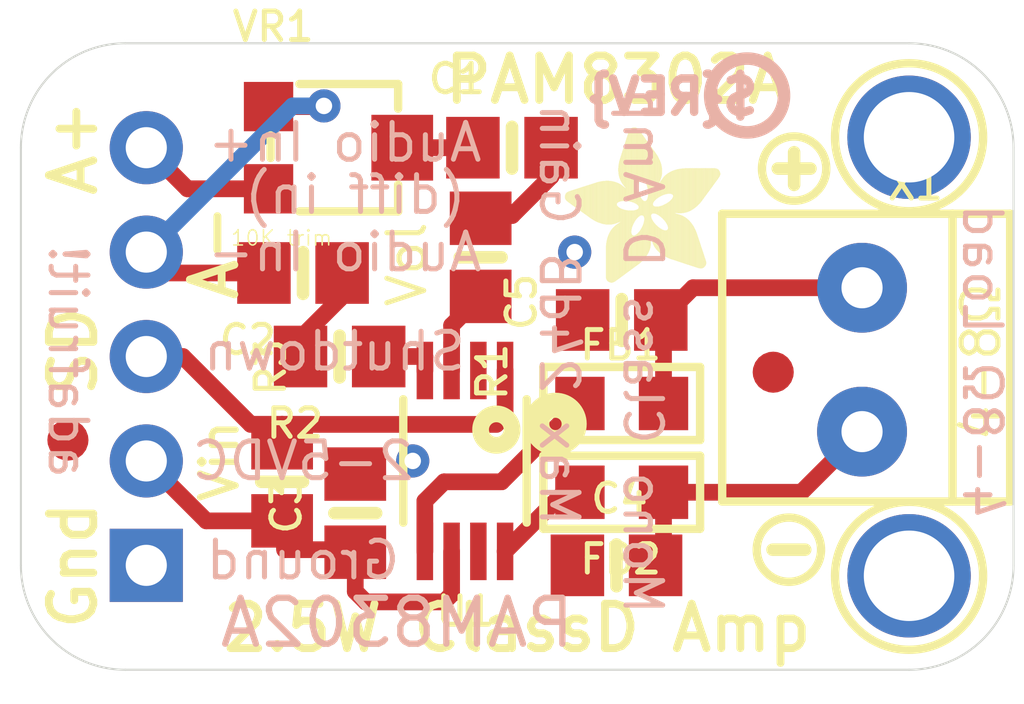
<source format=kicad_pcb>
(kicad_pcb (version 20241229) (generator "pcbnew") (generator_version "9.0")
  (layers (0 "F.Cu" signal) (2 "B.Cu" signal) (13 "F.Paste" user) (15 "B.Paste" user) (5 "F.SilkS" user "F.Silkscreen") (7 "B.SilkS" user "B.Silkscreen") (1 "F.Mask" user) (3 "B.Mask" user) (25 "Edge.Cuts" user))
  (net 0 "")
  (net 1 "VCC")
  (net 2 "GND")
  (net 3 "SD")
  (net 4 "N$1")
  (net 5 "N$2")
  (net 6 "N$4")
  (net 7 "AIN+")
  (net 8 "N$5")
  (net 9 "N$6")
  (net 10 "VO-")
  (net 11 "VO+")
  (net 12 "N$3")
  (net 13 "N$7")
  (net 14 "AIN-")
  (footprint "Adafruit PAM8302:SYMBOL_PLUS" (layer "F.Cu") (at 155.2321 100.4316 180)
    (property "Reference" "U$3" (hide yes))
    (property "Value" "" (hide yes))
  )
  (footprint "Adafruit PAM8302:TRIMPOT_BOURNS_3303W" (layer "F.Cu") (at 144.0561 99.9236 -90)
    (property "Reference" "VR1" (at -2.54 2.54 0) (layer "F.SilkS") (effects (font (size 0.692831 0.692831) (thickness 0.119969)) (justify left bottom)))
    (property "Value" "10K trim" (at 2.413 2.54 0) (layer "F.SilkS") (effects (font (size 0.369824 0.369824) (thickness 0.036576)) (justify left bottom)))
    (pad "1" smd rect (at -1 1.6) (size 1.2 1.2) (layers "F.Cu" "F.Mask" "F.Paste") (net 14 "AIN-"))
    (pad "2" smd rect (at 0 -1.65 270) (size 1.6 1.5) (layers "F.Cu" "F.Mask" "F.Paste") (net 13 "N$7"))
    (pad "3" smd rect (at 1 1.6) (size 1.2 1.2) (layers "F.Cu" "F.Mask" "F.Paste") (net 7 "AIN+"))
  )
  (footprint "Adafruit PAM8302:0805-NO" (layer "F.Cu") (at 147.6121 102.5906 -90)
    (property "Reference" "R1" (at 2.032 0.127 90) (layer "F.SilkS") (effects (font (size 0.692831 0.692831) (thickness 0.119969)) (justify right top)))
    (property "Value" "100")
    (pad "1" smd rect (at -0.95 0 270) (size 1.3 1.5) (layers "F.Cu" "F.Mask" "F.Paste") (net 12 "N$3"))
    (pad "2" smd rect (at 0.95 0 270) (size 1.3 1.5) (layers "F.Cu" "F.Mask" "F.Paste") (net 5 "N$2"))
  )
  (footprint "Adafruit PAM8302:0805-NO" (layer "F.Cu") (at 148.3741 99.9236 180)
    (property "Reference" "C1" (at 2.0955 1.27 0) (layer "F.SilkS") (effects (font (size 0.692831 0.692831) (thickness 0.119969)) (justify left bottom)))
    (property "Value" "1uF")
    (pad "1" smd rect (at -0.95 0 180) (size 1.3 1.5) (layers "F.Cu" "F.Mask" "F.Paste") (net 12 "N$3"))
    (pad "2" smd rect (at 0.95 0 180) (size 1.3 1.5) (layers "F.Cu" "F.Mask" "F.Paste") (net 13 "N$7"))
  )
  (footprint "Adafruit PAM8302:MOUNTINGHOLE_2.0_PLATED" (layer "F.Cu") (at 158.0261 99.6696)
    (property "Reference" "U$10" (hide yes))
    (property "Value" "MOUNTINGHOLE2.0" (hide yes))
    (pad "P$1" thru_hole circle (at 0 0) (size 3 3) (drill 2.2) (layers "*.Cu" "*.Mask"))
  )
  (footprint "Adafruit PAM8302:1X05_ROUND_70" (layer "F.Cu") (at 139.4841 105.0036 90)
    (property "Reference" "JP1" (hide yes))
    (property "Value" "")
    (pad "1" thru_hole rect (at -5.08 0 180) (size 1.778 1.778) (drill 1) (layers "*.Cu" "*.Mask") (net 2 "GND"))
    (pad "2" thru_hole circle (at -2.54 0 180) (size 1.778 1.778) (drill 1) (layers "*.Cu" "*.Mask") (net 1 "VCC"))
    (pad "3" thru_hole circle (at 0 0 180) (size 1.778 1.778) (drill 1) (layers "*.Cu" "*.Mask") (net 3 "SD"))
    (pad "4" thru_hole circle (at 2.54 0 180) (size 1.778 1.778) (drill 1) (layers "*.Cu" "*.Mask") (net 14 "AIN-"))
    (pad "5" thru_hole circle (at 5.08 0 180) (size 1.778 1.778) (drill 1) (layers "*.Cu" "*.Mask") (net 7 "AIN+"))
  )
  (footprint "Adafruit PAM8302:_0805" (layer "F.Cu") (at 151.0411 108.3056)
    (property "Reference" "FB2" (at -1.0795 2.032 0) (layer "F.SilkS") (effects (font (size 0.692831 0.692831) (thickness 0.119969)) (justify left bottom)))
    (property "Value" "Ferrite")
    (pad "1" smd rect (at -1.016 0) (size 1.2 1.3) (layers "F.Cu" "F.Mask" "F.Paste") (net 8 "N$5"))
    (pad "2" smd rect (at 1.016 0) (size 1.2 1.3) (layers "F.Cu" "F.Mask" "F.Paste") (net 10 "VO-"))
  )
  (footprint "Adafruit PAM8302:0805-NO" (layer "F.Cu") (at 150.9141 110.0836 180)
    (property "Reference" "C4" (at -0.8255 2.032 0) (layer "F.SilkS") (effects (font (size 0.692831 0.692831) (thickness 0.119969)) (justify right top)))
    (property "Value" "220pF")
    (pad "1" smd rect (at -0.95 0 180) (size 1.3 1.5) (layers "F.Cu" "F.Mask" "F.Paste") (net 10 "VO-"))
    (pad "2" smd rect (at 0.95 0 180) (size 1.3 1.5) (layers "F.Cu" "F.Mask" "F.Paste") (net 2 "GND"))
  )
  (footprint "Adafruit PAM8302:MOUNTINGHOLE_2.0_PLATED" (layer "F.Cu") (at 158.0261 110.3376)
    (property "Reference" "U$11" (hide yes))
    (property "Value" "MOUNTINGHOLE2.0" (hide yes))
    (pad "P$1" thru_hole circle (at 0 0) (size 3 3) (drill 2.2) (layers "*.Cu" "*.Mask"))
  )
  (footprint "Adafruit PAM8302:TERMBLOCK_1X2-3.5MM" (layer "F.Cu") (at 156.8831 105.1306 90)
    (property "Reference" "X1" (at 3.89 0.556 0) (layer "F.SilkS") (effects (font (size 0.692831 0.692831) (thickness 0.119969)) (justify left bottom)))
    (property "Value" "")
    (pad "1" thru_hole circle (at 1.8 0 90) (size 2.1844 2.1844) (drill 1) (layers "*.Cu" "*.Mask") (net 11 "VO+"))
    (pad "2" thru_hole circle (at -1.7 0 90) (size 2.1844 2.1844) (drill 1) (layers "*.Cu" "*.Mask") (net 10 "VO-"))
  )
  (footprint "Adafruit PAM8302:_0805" (layer "F.Cu") (at 151.0411 106.1466)
    (property "Reference" "FB1" (at -1.0795 -1.016 0) (layer "F.SilkS") (effects (font (size 0.692831 0.692831) (thickness 0.119969)) (justify left bottom)))
    (property "Value" "Ferrite")
    (pad "1" smd rect (at -1.016 0) (size 1.2 1.3) (layers "F.Cu" "F.Mask" "F.Paste") (net 9 "N$6"))
    (pad "2" smd rect (at 1.016 0) (size 1.2 1.3) (layers "F.Cu" "F.Mask" "F.Paste") (net 11 "VO+"))
  )
  (footprint "Adafruit PAM8302:0805-NO" (layer "F.Cu") (at 143.2941 102.9716 180)
    (property "Reference" "C2" (at 2.0955 -2.032 0) (layer "F.SilkS") (effects (font (size 0.692831 0.692831) (thickness 0.119969)) (justify left bottom)))
    (property "Value" "1uF")
    (pad "1" smd rect (at -0.95 0 180) (size 1.3 1.5) (layers "F.Cu" "F.Mask" "F.Paste") (net 6 "N$4"))
    (pad "2" smd rect (at 0.95 0 180) (size 1.3 1.5) (layers "F.Cu" "F.Mask" "F.Paste") (net 14 "AIN-"))
  )
  (footprint "Adafruit PAM8302:0805-NO" (layer "F.Cu") (at 144.5641 108.8136 90)
    (property "Reference" "C3" (at -0.5715 -1.27 90) (layer "F.SilkS") (effects (font (size 0.692831 0.692831) (thickness 0.119969)) (justify left bottom)))
    (property "Value" "10uF")
    (pad "1" smd rect (at -0.95 0 90) (size 1.3 1.5) (layers "F.Cu" "F.Mask" "F.Paste") (net 1 "VCC"))
    (pad "2" smd rect (at 0.95 0 90) (size 1.3 1.5) (layers "F.Cu" "F.Mask" "F.Paste") (net 2 "GND"))
  )
  (footprint "Adafruit PAM8302:FIDUCIAL_1MM" (layer "F.Cu") (at 154.7241 105.3846)
    (property "Reference" "FID1" (hide yes))
    (property "Value" "FIDUCIAL\"\"" (hide yes))
    (pad "1" smd roundrect (at 0 0) (size 1 1) (layers "F.Cu" "F.Mask") (roundrect_rratio 0.5))
  )
  (footprint "Adafruit PAM8302:MSOP8_0.65MM" (layer "F.Cu") (at 147.2311 107.5436 180)
    (property "Reference" "U1" (at 0.762 -4.064 0) (layer "F.SilkS") (effects (font (size 0.692831 0.692831) (thickness 0.119969)) (justify left bottom)))
    (property "Value" "PAM8302AASCR")
    (pad "1" smd rect (at -0.975 2.2 270) (size 1.4 0.4) (layers "F.Cu" "F.Paste") (net 3 "SD"))
    (pad "2" smd rect (at -0.325 2.2 270) (size 1.4 0.4) (layers "F.Cu" "F.Paste"))
    (pad "3" smd rect (at 0.325 2.2 270) (size 1.4 0.4) (layers "F.Cu" "F.Paste") (net 5 "N$2"))
    (pad "4" smd rect (at 0.975 2.2 270) (size 1.4 0.4) (layers "F.Cu" "F.Paste") (net 4 "N$1"))
    (pad "5" smd rect (at 0.975 -2.2 270) (size 1.4 0.4) (layers "F.Cu" "F.Paste") (net 9 "N$6"))
    (pad "6" smd rect (at 0.325 -2.2 270) (size 1.4 0.4) (layers "F.Cu" "F.Paste") (net 1 "VCC"))
    (pad "7" smd rect (at -0.325 -2.2 270) (size 1.4 0.4) (layers "F.Cu" "F.Paste") (net 2 "GND"))
    (pad "8" smd rect (at -0.975 -2.2 270) (size 1.4 0.4) (layers "F.Cu" "F.Paste") (net 8 "N$5"))
  )
  (footprint "Adafruit PAM8302:FIDUCIAL_1MM" (layer "F.Cu") (at 137.5791 107.0356)
    (property "Reference" "FID2" (hide yes))
    (property "Value" "FIDUCIAL\"\"" (hide yes))
    (pad "1" smd roundrect (at 0 0) (size 1 1) (layers "F.Cu" "F.Mask") (roundrect_rratio 0.5))
  )
  (footprint "Adafruit PAM8302:0805-NO" (layer "F.Cu") (at 142.7861 108.0516 90)
    (property "Reference" "R3" (at 2.032 0.127 90) (layer "F.SilkS") (effects (font (size 0.692831 0.692831) (thickness 0.119969)) (justify left bottom)))
    (property "Value" "10K")
    (pad "1" smd rect (at -0.95 0 90) (size 1.3 1.5) (layers "F.Cu" "F.Mask" "F.Paste") (net 1 "VCC"))
    (pad "2" smd rect (at 0.95 0 90) (size 1.3 1.5) (layers "F.Cu" "F.Mask" "F.Paste") (net 3 "SD"))
  )
  (footprint "Adafruit PAM8302:0805-NO" (layer "F.Cu") (at 144.1831 105.0036)
    (property "Reference" "R2" (at -1.8415 2.032 0) (layer "F.SilkS") (effects (font (size 0.692831 0.692831) (thickness 0.119969)) (justify left bottom)))
    (property "Value" "100")
    (pad "1" smd rect (at -0.95 0) (size 1.3 1.5) (layers "F.Cu" "F.Mask" "F.Paste") (net 6 "N$4"))
    (pad "2" smd rect (at 0.95 0) (size 1.3 1.5) (layers "F.Cu" "F.Mask" "F.Paste") (net 4 "N$1"))
  )
  (footprint "Adafruit PAM8302:ADAFRUIT_3.5MM" (layer "F.Cu") (at 153.4541 103.2256 90)
    (property "Reference" "U$5" (hide yes))
    (property "Value" "" (hide yes))
  )
  (footprint "Adafruit PAM8302:SYMBOL_MINUS" (layer "F.Cu") (at 155.1051 109.7026)
    (property "Reference" "U$4" (hide yes))
    (property "Value" "" (hide yes))
  )
  (footprint "Adafruit PAM8302:0805-NO" (layer "F.Cu") (at 151.0411 104.1146 180)
    (property "Reference" "C5" (at 2.032 -0.3175 90) (layer "F.SilkS") (effects (font (size 0.692831 0.692831) (thickness 0.119969)) (justify left bottom)))
    (property "Value" "220pF")
    (pad "1" smd rect (at -0.95 0 180) (size 1.3 1.5) (layers "F.Cu" "F.Mask" "F.Paste") (net 11 "VO+"))
    (pad "2" smd rect (at 0.95 0 180) (size 1.3 1.5) (layers "F.Cu" "F.Mask" "F.Paste") (net 2 "GND"))
  )
  (footprint "Adafruit PAM8302:PCBFEAT-REV-040" (layer "B.Cu") (at 154.0891 98.6536 180)
    (property "Reference" "U$6" (hide yes))
    (property "Value" "" (hide yes))
    (fp_text user "${REV}" (at -0.3556 -0.508 0) (layer "B.SilkS") (effects (font (size 0.8128 0.8128) (thickness 0.2032)) (justify left bottom mirror)))
  )
  (gr_circle (center 147.9931 106.7816) (end 148.172703 106.7816) (stroke (width 0.4064)) (fill no) (layer "F.SilkS"))
  (gr_line (start 160.5661 99.9236) (end 160.5661 110.0836) (stroke (width 0.05)) (layer "Edge.Cuts"))
  (gr_arc (start 160.5661 110.0836) (mid 159.822151 111.879651) (end 158.0261 112.6236) (stroke (width 0.05)) (layer "Edge.Cuts"))
  (gr_line (start 158.0261 112.6236) (end 138.9761 112.6236) (stroke (width 0.05)) (layer "Edge.Cuts"))
  (gr_arc (start 158.0261 97.3836) (mid 159.822151 98.127549) (end 160.5661 99.9236) (stroke (width 0.05)) (layer "Edge.Cuts"))
  (gr_arc (start 136.4361 99.9236) (mid 137.180049 98.127549) (end 138.9761 97.3836) (stroke (width 0.05)) (layer "Edge.Cuts"))
  (gr_line (start 138.9761 97.3836) (end 158.0261 97.3836) (stroke (width 0.05)) (layer "Edge.Cuts"))
  (gr_arc (start 138.9761 112.6236) (mid 137.180049 111.879651) (end 136.4361 110.0836) (stroke (width 0.05)) (layer "Edge.Cuts"))
  (gr_line (start 136.4361 110.0836) (end 136.4361 99.9236) (stroke (width 0.05)) (layer "Edge.Cuts"))
  (gr_text "PAM8302A" (at 150.9141 98.2726 0) (layer "F.SilkS") (effects (font (size 1.0795 1.0795) (thickness 0.1905))))
  (gr_text "Gnd" (at 137.7061 110.0836 90) (layer "F.SilkS") (effects (font (size 1.0795 1.0795) (thickness 0.1905))))
  (gr_text "2.5W ClassD Amp" (at 148.5011 111.6076 0) (layer "F.SilkS") (effects (font (size 1.0795 1.0795) (thickness 0.1905))))
  (gr_text "Vin" (at 141.2621 107.5436 90) (layer "F.SilkS") (effects (font (size 0.8636 0.8636) (thickness 0.1524))))
  (gr_text "4-8Ω" (at 159.7787 105.1306 90) (layer "F.SilkS") (effects (font (size 0.89408 0.89408) (thickness 0.12192))))
  (gr_text "Vol" (at 146.3421 103.8606 90) (layer "F.SilkS") (effects (font (size 0.89408 0.89408) (thickness 0.12192)) (justify left bottom)))
  (gr_text "A+" (at 137.7061 99.9236 90) (layer "F.SilkS") (effects (font (size 1.0795 1.0795) (thickness 0.1905))))
  (gr_text "SD" (at 137.7061 104.8766 90) (layer "F.SilkS") (effects (font (size 1.0795 1.0795) (thickness 0.1905))))
  (gr_text "A-" (at 141.1351 102.4636 90) (layer "F.SilkS") (effects (font (size 1.0795 1.0795) (thickness 0.1905))))
  (gr_text "Mono Class D Amp" (at 151.5491 104.8766 -90) (layer "B.SilkS") (effects (font (size 0.89408 0.89408) (thickness 0.12192)) (justify mirror)))
  (gr_text "Shutdown" (at 144.0561 104.8766 -0) (layer "B.SilkS") (effects (font (size 0.89408 0.89408) (thickness 0.12192)) (justify mirror)))
  (gr_text "2-5VDC" (at 143.2941 107.5436 -0) (layer "B.SilkS") (effects (font (size 0.89408 0.89408) (thickness 0.12192)) (justify mirror)))
  (gr_text "adafruit!" (at 137.5791 105.1306 -90) (layer "B.SilkS") (effects (font (size 0.89408 0.89408) (thickness 0.12192)) (justify mirror)))
  (gr_text "Ground" (at 143.2941 109.9566 -0) (layer "B.SilkS") (effects (font (size 0.89408 0.89408) (thickness 0.12192)) (justify mirror)))
  (gr_text "Max 24dB Gain" (at 149.5171 103.9876 -90) (layer "B.SilkS") (effects (font (size 0.89408 0.89408) (thickness 0.12192)) (justify mirror)))
  (gr_text "(diff in)" (at 144.5641 101.0666 -0) (layer "B.SilkS") (effects (font (size 0.89408 0.89408) (thickness 0.12192)) (justify mirror)))
  (gr_text "Audio In-" (at 144.3101 102.4636 -0) (layer "B.SilkS") (effects (font (size 0.89408 0.89408) (thickness 0.12192)) (justify mirror)))
  (gr_text "Audio In+" (at 144.3101 99.7966 -0) (layer "B.SilkS") (effects (font (size 0.89408 0.89408) (thickness 0.12192)) (justify mirror)))
  (gr_text "4-8Ω Load" (at 159.8041 105.1306 -90) (layer "B.SilkS") (effects (font (size 0.89408 0.89408) (thickness 0.12192)) (justify mirror)))
  (gr_text "PAM8302A" (at 145.5801 111.4806 -0) (layer "B.SilkS") (effects (font (size 1.1176 1.1176) (thickness 0.1524)) (justify mirror)))
  (segment (start 144.3761 109.7026) (end 144.5641 109.7636) (width 0.4064) (layer "F.Cu") (net 1))
  (segment (start 140.9421 109.0016) (end 142.7861 109.0016) (width 0.4064) (layer "F.Cu") (net 1))
  (segment (start 146.9061 110.7896) (end 146.7231 110.9726) (width 0.4064) (layer "F.Cu") (net 1))
  (segment (start 146.9061 109.7436) (end 146.9061 110.7896) (width 0.4064) (layer "F.Cu") (net 1))
  (segment (start 146.7231 110.9726) (end 144.8181 110.9726) (width 0.4064) (layer "F.Cu") (net 1))
  (segment (start 144.3761 109.7026) (end 142.8471 109.7026) (width 0.4064) (layer "F.Cu") (net 1))
  (segment (start 144.5641 110.7186) (end 144.5641 109.7636) (width 0.4064) (layer "F.Cu") (net 1))
  (segment (start 142.8471 109.7026) (end 142.7861 109.0016) (width 0.4064) (layer "F.Cu") (net 1))
  (segment (start 139.4841 107.5436) (end 140.9421 109.0016) (width 0.4064) (layer "F.Cu") (net 1))
  (segment (start 144.8181 110.9726) (end 144.5641 110.7186) (width 0.4064) (layer "F.Cu") (net 1))
  (via (at 145.9611 107.5436) (size 0.8064) (drill 0.4) (layers "F.Cu" "B.Cu") (net 2))
  (via (at 149.8981 102.4636) (size 0.8064) (drill 0.4) (layers "F.Cu" "B.Cu") (net 2))
  (segment (start 142.0241 106.6546) (end 140.3731 105.0036) (width 0.4064) (layer "F.Cu") (net 3))
  (segment (start 147.9931 106.6546) (end 142.7861 106.6546) (width 0.4064) (layer "F.Cu") (net 3))
  (segment (start 142.7861 107.1016) (end 142.7861 106.6546) (width 0.4064) (layer "F.Cu") (net 3))
  (segment (start 148.2061 106.4416) (end 147.9931 106.6546) (width 0.4064) (layer "F.Cu") (net 3))
  (segment (start 140.3731 105.0036) (end 139.4841 105.0036) (width 0.4064) (layer "F.Cu") (net 3))
  (segment (start 142.7861 106.6546) (end 142.0241 106.6546) (width 0.4064) (layer "F.Cu") (net 3))
  (segment (start 148.2061 105.3436) (end 148.2061 106.4416) (width 0.4064) (layer "F.Cu") (net 3))
  (segment (start 145.1331 105.0036) (end 146.2561 105.0036) (width 0.4064) (layer "F.Cu") (net 4))
  (segment (start 146.2561 105.0036) (end 146.2561 105.3436) (width 0.4064) (layer "F.Cu") (net 4))
  (segment (start 146.9061 105.3436) (end 146.9061 104.2466) (width 0.4064) (layer "F.Cu") (net 5))
  (segment (start 146.9061 104.2466) (end 147.6121 103.5406) (width 0.4064) (layer "F.Cu") (net 5))
  (segment (start 144.1831 103.0326) (end 144.2441 102.9716) (width 0.4064) (layer "F.Cu") (net 6))
  (segment (start 143.2331 104.5566) (end 144.1831 103.6066) (width 0.4064) (layer "F.Cu") (net 6))
  (segment (start 143.2331 105.0036) (end 143.2331 104.5566) (width 0.4064) (layer "F.Cu") (net 6))
  (segment (start 144.1831 103.6066) (end 144.1831 103.0326) (width 0.4064) (layer "F.Cu") (net 6))
  (segment (start 140.4841 100.9236) (end 142.4561 100.9236) (width 0.4064) (layer "F.Cu") (net 7))
  (segment (start 139.4841 99.9236) (end 140.4841 100.9236) (width 0.4064) (layer "F.Cu") (net 7))
  (segment (start 149.6441 108.3056) (end 150.0251 108.3056) (width 0.4064) (layer "F.Cu") (net 8))
  (segment (start 148.2061 109.7436) (end 149.6441 108.3056) (width 0.4064) (layer "F.Cu") (net 8))
  (segment (start 146.2561 109.7436) (end 146.2561 108.5186) (width 0.4064) (layer "F.Cu") (net 9))
  (segment (start 148.1201 108.0516) (end 150.0251 106.1466) (width 0.4064) (layer "F.Cu") (net 9))
  (segment (start 146.2561 108.5186) (end 146.7231 108.0516) (width 0.4064) (layer "F.Cu") (net 9))
  (segment (start 150.0251 106.1466) (end 149.5171 106.7816) (width 0.4064) (layer "F.Cu") (net 9))
  (segment (start 146.7231 108.0516) (end 148.1201 108.0516) (width 0.4064) (layer "F.Cu") (net 9))
  (segment (start 155.4081 108.3056) (end 156.8831 106.8306) (width 0.4064) (layer "F.Cu") (net 10))
  (segment (start 151.8641 110.0836) (end 152.0571 109.8906) (width 0.4064) (layer "F.Cu") (net 10))
  (segment (start 152.0571 109.8906) (end 152.0571 108.3056) (width 0.4064) (layer "F.Cu") (net 10))
  (segment (start 152.0571 108.3056) (end 155.4081 108.3056) (width 0.4064) (layer "F.Cu") (net 10))
  (segment (start 152.0571 104.1806) (end 151.9911 104.1146) (width 0.4064) (layer "F.Cu") (net 11))
  (segment (start 152.7751 103.3306) (end 156.8831 103.3306) (width 0.4064) (layer "F.Cu") (net 11))
  (segment (start 152.0571 106.1466) (end 152.0571 104.1806) (width 0.4064) (layer "F.Cu") (net 11))
  (segment (start 151.9911 104.1146) (end 152.7751 103.3306) (width 0.4064) (layer "F.Cu") (net 11))
  (segment (start 148.3741 101.5746) (end 147.6781 101.5746) (width 0.4064) (layer "F.Cu") (net 12))
  (segment (start 147.6781 101.5746) (end 147.6121 101.6406) (width 0.4064) (layer "F.Cu") (net 12))
  (segment (start 149.3241 100.6246) (end 148.3741 101.5746) (width 0.4064) (layer "F.Cu") (net 12))
  (segment (start 149.3241 99.9236) (end 149.3241 100.6246) (width 0.4064) (layer "F.Cu") (net 12))
  (segment (start 145.7061 99.9236) (end 147.4241 99.9236) (width 0.4064) (layer "F.Cu") (net 13))
  (segment (start 139.4841 102.4636) (end 139.9921 102.9716) (width 0.4064) (layer "F.Cu") (net 14))
  (segment (start 143.9131 98.9236) (end 142.4561 98.9236) (width 0.4064) (layer "F.Cu") (net 14))
  (segment (start 139.9921 102.9716) (end 142.3441 102.9716) (width 0.4064) (layer "F.Cu") (net 14))
  (segment (start 143.8021 98.9076) (end 143.9131 98.9236) (width 0.4064) (layer "F.Cu") (net 14))
  (via (at 143.8021 98.9076) (size 0.8064) (drill 0.4) (layers "F.Cu" "B.Cu") (net 14))
  (segment (start 139.4841 102.4636) (end 143.0401 98.9076) (width 0.4064) (layer "B.Cu") (net 14))
  (segment (start 143.0401 98.9076) (end 143.8021 98.9076) (width 0.4064) (layer "B.Cu") (net 14))
)
</source>
